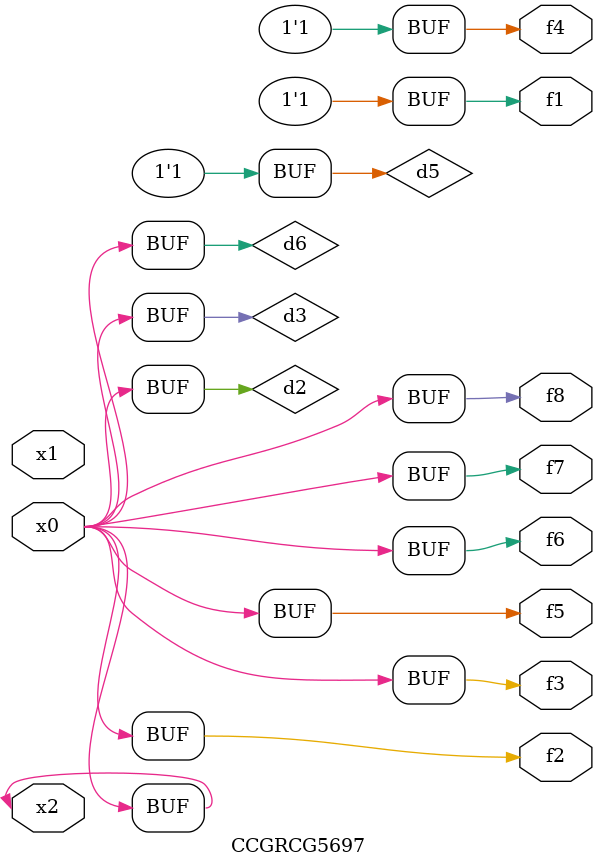
<source format=v>
module CCGRCG5697(
	input x0, x1, x2,
	output f1, f2, f3, f4, f5, f6, f7, f8
);

	wire d1, d2, d3, d4, d5, d6;

	xnor (d1, x2);
	buf (d2, x0, x2);
	and (d3, x0);
	xnor (d4, x1, x2);
	nand (d5, d1, d3);
	buf (d6, d2, d3);
	assign f1 = d5;
	assign f2 = d6;
	assign f3 = d6;
	assign f4 = d5;
	assign f5 = d6;
	assign f6 = d6;
	assign f7 = d6;
	assign f8 = d6;
endmodule

</source>
